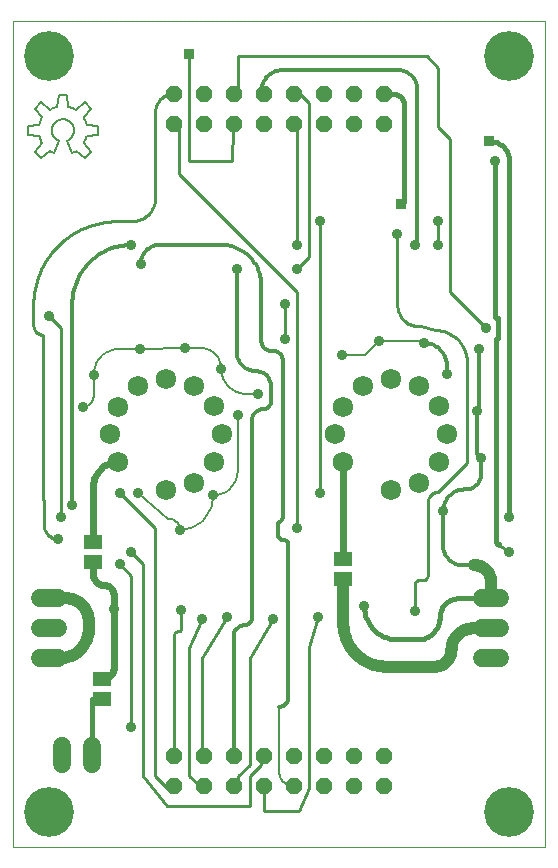
<source format=gtl>
G75*
G70*
%OFA0B0*%
%FSLAX24Y24*%
%IPPOS*%
%LPD*%
%AMOC8*
5,1,8,0,0,1.08239X$1,22.5*
%
%ADD10C,0.0000*%
%ADD11C,0.0679*%
%ADD12OC8,0.0560*%
%ADD13R,0.0591X0.0512*%
%ADD14C,0.0600*%
%ADD15C,0.0100*%
%ADD16C,0.0360*%
%ADD17C,0.0356*%
%ADD18C,0.0120*%
%ADD19C,0.0079*%
%ADD20C,0.0160*%
%ADD21R,0.0356X0.0356*%
%ADD22C,0.0240*%
%ADD23C,0.1660*%
%ADD24C,0.0400*%
D10*
X000192Y000100D02*
X000192Y027659D01*
X017908Y027659D01*
X017908Y000100D01*
X000192Y000100D01*
D11*
X005294Y012004D03*
X006202Y012258D03*
X006889Y012954D03*
X007135Y013876D03*
X006881Y014798D03*
X006204Y015465D03*
X005286Y015720D03*
X004346Y015474D03*
X003679Y014790D03*
X003418Y013868D03*
X003668Y012946D03*
X010918Y013868D03*
X011168Y012946D03*
X011179Y014790D03*
X011846Y015474D03*
X012786Y015720D03*
X013704Y015465D03*
X014381Y014798D03*
X014635Y013876D03*
X014389Y012954D03*
X013702Y012258D03*
X012794Y012004D03*
D12*
X012534Y003151D03*
X012534Y002151D03*
X011534Y002151D03*
X011534Y003151D03*
X010534Y003151D03*
X010534Y002151D03*
X009534Y002151D03*
X009534Y003151D03*
X008534Y003151D03*
X008534Y002151D03*
X007534Y002151D03*
X007534Y003151D03*
X006534Y003151D03*
X006534Y002151D03*
X005534Y002151D03*
X005534Y003151D03*
X005534Y024222D03*
X005534Y025222D03*
X006534Y025222D03*
X006534Y024222D03*
X007534Y024222D03*
X007534Y025222D03*
X008534Y025222D03*
X008534Y024222D03*
X009534Y024222D03*
X009534Y025222D03*
X010534Y025222D03*
X010534Y024222D03*
X011534Y024222D03*
X011534Y025222D03*
X012534Y025222D03*
X012534Y024222D03*
D13*
X002849Y010269D03*
X002849Y009600D03*
X003164Y005710D03*
X003164Y005041D03*
X011196Y009041D03*
X011196Y009710D03*
D14*
X015825Y008399D02*
X016425Y008399D01*
X016425Y007399D02*
X015825Y007399D01*
X015825Y006399D02*
X016425Y006399D01*
X002818Y003471D02*
X002818Y002871D01*
X001818Y002871D02*
X001818Y003471D01*
X001689Y006399D02*
X001089Y006399D01*
X001089Y007399D02*
X001689Y007399D01*
X001689Y008399D02*
X001089Y008399D01*
D15*
X001215Y010848D02*
X001215Y011675D01*
X001205Y011676D01*
X001196Y011680D01*
X001187Y011686D01*
X001181Y011695D01*
X001177Y011704D01*
X001176Y011714D01*
X001176Y017187D01*
X001143Y017189D01*
X001111Y017194D01*
X001079Y017202D01*
X001048Y017214D01*
X001019Y017229D01*
X000991Y017247D01*
X000965Y017268D01*
X000942Y017291D01*
X000921Y017317D01*
X000903Y017345D01*
X000888Y017374D01*
X000876Y017405D01*
X000868Y017437D01*
X000863Y017469D01*
X000861Y017502D01*
X000861Y018171D01*
X001373Y017817D02*
X001767Y017423D01*
X001767Y011124D01*
X001216Y010848D02*
X001218Y010807D01*
X001223Y010766D01*
X001232Y010726D01*
X001244Y010687D01*
X001260Y010649D01*
X001279Y010612D01*
X001301Y010577D01*
X001326Y010545D01*
X001354Y010514D01*
X001385Y010486D01*
X001417Y010461D01*
X001452Y010439D01*
X001489Y010420D01*
X001527Y010404D01*
X001566Y010392D01*
X001606Y010383D01*
X001647Y010378D01*
X001688Y010376D01*
X003735Y009549D02*
X004129Y009155D01*
X004129Y004116D01*
X004522Y002462D02*
X005310Y001478D01*
X008066Y001478D01*
X008066Y002462D01*
X008459Y002856D01*
X008459Y003250D01*
X008534Y003151D01*
X008066Y002856D02*
X007672Y002462D01*
X007672Y002069D01*
X007534Y002151D01*
X008066Y002856D02*
X008066Y006399D01*
X008853Y007698D01*
X010034Y006793D02*
X010034Y002069D01*
X009719Y001320D01*
X008538Y001320D01*
X008538Y002108D01*
X008534Y002151D01*
X006534Y002151D02*
X006491Y002069D01*
X006058Y002462D01*
X006058Y006754D01*
X006491Y007698D01*
X005782Y007383D02*
X005782Y008013D01*
X005783Y007383D02*
X005781Y007368D01*
X005777Y007353D01*
X005770Y007339D01*
X005760Y007327D01*
X005748Y007317D01*
X005734Y007310D01*
X005719Y007306D01*
X005704Y007304D01*
X005680Y007302D01*
X005656Y007297D01*
X005634Y007289D01*
X005613Y007277D01*
X005593Y007263D01*
X005576Y007246D01*
X005562Y007226D01*
X005550Y007205D01*
X005542Y007183D01*
X005537Y007159D01*
X005535Y007135D01*
X005534Y007135D02*
X005534Y003151D01*
X004916Y002462D02*
X005310Y002069D01*
X005534Y002151D01*
X004916Y002462D02*
X004916Y010730D01*
X003735Y011911D01*
X004129Y009943D02*
X004522Y009549D01*
X004522Y002462D01*
X006491Y003250D02*
X006534Y003151D01*
X006491Y003250D02*
X006491Y006399D01*
X007318Y007777D01*
X009641Y010730D02*
X009641Y018604D01*
X005704Y022541D01*
X005704Y024116D01*
X005534Y024222D01*
X004916Y024604D02*
X004918Y024652D01*
X004924Y024701D01*
X004933Y024748D01*
X004946Y024795D01*
X004963Y024840D01*
X004983Y024885D01*
X005007Y024927D01*
X005034Y024967D01*
X005064Y025005D01*
X005097Y025041D01*
X005133Y025074D01*
X005171Y025104D01*
X005211Y025131D01*
X005253Y025155D01*
X005298Y025175D01*
X005343Y025192D01*
X005390Y025205D01*
X005437Y025214D01*
X005486Y025220D01*
X005534Y025222D01*
X004916Y024604D02*
X004916Y021754D01*
X004914Y021700D01*
X004909Y021647D01*
X004900Y021594D01*
X004887Y021542D01*
X004871Y021490D01*
X004851Y021440D01*
X004828Y021392D01*
X004801Y021345D01*
X004772Y021300D01*
X004739Y021257D01*
X004704Y021217D01*
X004666Y021179D01*
X004626Y021144D01*
X004583Y021111D01*
X004538Y021082D01*
X004491Y021055D01*
X004443Y021032D01*
X004393Y021012D01*
X004341Y020996D01*
X004289Y020983D01*
X004236Y020974D01*
X004183Y020969D01*
X004129Y020967D01*
X004129Y020966D02*
X003656Y020966D01*
X003519Y020963D01*
X003382Y020953D01*
X003246Y020936D01*
X003111Y020912D01*
X002977Y020882D01*
X002845Y020846D01*
X002714Y020803D01*
X002586Y020753D01*
X002461Y020698D01*
X002338Y020636D01*
X002219Y020568D01*
X002103Y020495D01*
X001991Y020416D01*
X001883Y020332D01*
X001779Y020242D01*
X001680Y020147D01*
X001585Y020048D01*
X001495Y019944D01*
X001411Y019836D01*
X001332Y019724D01*
X001259Y019608D01*
X001191Y019489D01*
X001129Y019366D01*
X001074Y019241D01*
X001024Y019113D01*
X000981Y018982D01*
X000945Y018850D01*
X000915Y018716D01*
X000891Y018581D01*
X000874Y018445D01*
X000864Y018308D01*
X000861Y018171D01*
X006058Y022974D02*
X007475Y022974D01*
X007515Y024076D01*
X007534Y024222D01*
X007534Y025222D02*
X007672Y025297D01*
X007672Y026478D01*
X013971Y026478D01*
X014365Y026084D01*
X014365Y024116D01*
X014759Y023722D01*
X014759Y018604D01*
X015940Y017423D01*
X015310Y016281D02*
X015310Y012895D01*
X014365Y011950D01*
X014328Y011948D01*
X014291Y011942D01*
X014256Y011933D01*
X014221Y011919D01*
X014188Y011903D01*
X014157Y011882D01*
X014128Y011859D01*
X014102Y011833D01*
X014079Y011804D01*
X014058Y011773D01*
X014042Y011740D01*
X014028Y011705D01*
X014019Y011670D01*
X014013Y011633D01*
X014011Y011596D01*
X014011Y009194D01*
X014009Y009168D01*
X014004Y009143D01*
X013996Y009119D01*
X013985Y009096D01*
X013970Y009074D01*
X013953Y009055D01*
X013934Y009038D01*
X013913Y009023D01*
X013889Y009012D01*
X013865Y009004D01*
X013840Y008999D01*
X013814Y008997D01*
X013814Y008998D02*
X013696Y008998D01*
X013676Y008996D01*
X013656Y008991D01*
X013637Y008982D01*
X013620Y008970D01*
X013606Y008956D01*
X013594Y008939D01*
X013585Y008920D01*
X013580Y008900D01*
X013578Y008880D01*
X013578Y007974D01*
X016255Y010297D02*
X016393Y010193D01*
X016727Y009943D01*
X015310Y016281D02*
X015308Y016345D01*
X015302Y016409D01*
X015293Y016473D01*
X015279Y016535D01*
X015262Y016597D01*
X015241Y016658D01*
X015216Y016717D01*
X015188Y016775D01*
X015157Y016831D01*
X015122Y016885D01*
X015084Y016937D01*
X015043Y016986D01*
X014999Y017033D01*
X014952Y017077D01*
X014903Y017118D01*
X014851Y017156D01*
X014797Y017191D01*
X014741Y017222D01*
X014683Y017250D01*
X014624Y017275D01*
X014563Y017296D01*
X014501Y017313D01*
X014439Y017327D01*
X014375Y017336D01*
X014311Y017342D01*
X014247Y017344D01*
X013774Y017462D01*
X013721Y017461D01*
X013668Y017464D01*
X013614Y017471D01*
X013562Y017481D01*
X013510Y017495D01*
X013460Y017513D01*
X013411Y017535D01*
X013364Y017559D01*
X013318Y017588D01*
X013275Y017619D01*
X013234Y017653D01*
X013196Y017690D01*
X013160Y017730D01*
X013127Y017773D01*
X013097Y017817D01*
X013071Y017863D01*
X013048Y017912D01*
X013028Y017962D01*
X013012Y018013D01*
X013000Y018065D01*
X012992Y018117D01*
X012987Y018171D01*
X012987Y020533D01*
X013656Y020415D02*
X013578Y020179D01*
X014365Y020179D02*
X014365Y020966D01*
X010428Y020966D02*
X010428Y011911D01*
X010349Y007777D02*
X010034Y006793D01*
X009247Y017029D02*
X009247Y018210D01*
X009641Y019391D02*
X010034Y019785D01*
X010034Y024903D01*
X009641Y025297D01*
X009534Y025222D01*
X009534Y024222D02*
X009641Y024116D01*
X009641Y020179D01*
X008534Y025222D02*
X008459Y025297D01*
X006058Y026557D02*
X006058Y022974D01*
D16*
X004129Y020179D03*
X001373Y017817D03*
X003735Y011911D03*
X004129Y009943D03*
X003735Y009549D03*
X002160Y011517D03*
X001767Y011124D03*
X006491Y007698D03*
X007318Y007777D03*
X008853Y007698D03*
X010349Y007777D03*
X009641Y010730D03*
X010428Y011911D03*
X009247Y017029D03*
X009247Y018210D03*
X009641Y019391D03*
X009641Y020179D03*
X010428Y020966D03*
X013578Y020179D03*
X014365Y020179D03*
X014365Y020966D03*
X016255Y022974D03*
X015940Y017423D03*
X016727Y011124D03*
X016727Y009943D03*
X004129Y004116D03*
D17*
X005782Y008013D03*
X005743Y010691D03*
X006845Y011832D03*
X007672Y014509D03*
X008341Y015218D03*
X007121Y016045D03*
X005900Y016754D03*
X004404Y016714D03*
X002869Y015848D03*
X002515Y014785D03*
X004365Y011911D03*
X003538Y008053D03*
X001688Y010376D03*
X007633Y019391D03*
X004444Y019549D03*
X011137Y016517D03*
X012396Y016990D03*
X013893Y016911D03*
X014641Y015887D03*
X015704Y016714D03*
X015664Y014628D03*
X015782Y013092D03*
X014522Y011320D03*
X013578Y007974D03*
X011885Y008131D03*
X012987Y020533D03*
D18*
X013578Y020178D02*
X013593Y020180D01*
X013608Y020184D01*
X013622Y020191D01*
X013634Y020201D01*
X013644Y020213D01*
X013651Y020227D01*
X013655Y020242D01*
X013657Y020257D01*
X013656Y020257D02*
X013656Y025376D01*
X013654Y025425D01*
X013648Y025475D01*
X013639Y025523D01*
X013625Y025571D01*
X013608Y025617D01*
X013587Y025662D01*
X013563Y025705D01*
X013536Y025746D01*
X013505Y025785D01*
X013471Y025821D01*
X013435Y025855D01*
X013396Y025886D01*
X013355Y025913D01*
X013312Y025937D01*
X013267Y025958D01*
X013221Y025975D01*
X013173Y025989D01*
X013125Y025998D01*
X013075Y026004D01*
X013026Y026006D01*
X009168Y026006D01*
X009117Y026004D01*
X009067Y025999D01*
X009017Y025990D01*
X008968Y025977D01*
X008920Y025961D01*
X008873Y025942D01*
X008828Y025919D01*
X008785Y025893D01*
X008743Y025865D01*
X008704Y025833D01*
X008667Y025798D01*
X008632Y025761D01*
X008600Y025722D01*
X008572Y025680D01*
X008546Y025637D01*
X008523Y025592D01*
X008504Y025545D01*
X008488Y025497D01*
X008475Y025448D01*
X008466Y025398D01*
X008461Y025348D01*
X008459Y025297D01*
X007121Y020179D02*
X005074Y020179D01*
X005025Y020177D01*
X004975Y020171D01*
X004927Y020162D01*
X004879Y020148D01*
X004833Y020131D01*
X004788Y020110D01*
X004745Y020086D01*
X004704Y020059D01*
X004665Y020028D01*
X004629Y019994D01*
X004595Y019958D01*
X004564Y019919D01*
X004537Y019878D01*
X004513Y019835D01*
X004492Y019790D01*
X004475Y019744D01*
X004461Y019696D01*
X004452Y019648D01*
X004446Y019598D01*
X004444Y019549D01*
X004129Y020179D02*
X004035Y020177D01*
X003942Y020170D01*
X003849Y020159D01*
X003756Y020143D01*
X003665Y020123D01*
X003574Y020099D01*
X003485Y020071D01*
X003397Y020038D01*
X003311Y020001D01*
X003227Y019960D01*
X003144Y019915D01*
X003064Y019866D01*
X002987Y019814D01*
X002912Y019758D01*
X002840Y019698D01*
X002770Y019635D01*
X002704Y019569D01*
X002641Y019499D01*
X002581Y019427D01*
X002525Y019352D01*
X002473Y019275D01*
X002424Y019195D01*
X002379Y019112D01*
X002338Y019028D01*
X002301Y018942D01*
X002268Y018854D01*
X002240Y018765D01*
X002216Y018674D01*
X002196Y018583D01*
X002180Y018490D01*
X002169Y018397D01*
X002162Y018304D01*
X002160Y018210D01*
X002160Y011517D01*
X008460Y018840D02*
X008458Y018912D01*
X008452Y018985D01*
X008442Y019057D01*
X008429Y019128D01*
X008411Y019198D01*
X008390Y019268D01*
X008365Y019336D01*
X008336Y019402D01*
X008304Y019467D01*
X008268Y019530D01*
X008229Y019591D01*
X008187Y019650D01*
X008142Y019707D01*
X008093Y019761D01*
X008042Y019812D01*
X007988Y019861D01*
X007931Y019906D01*
X007872Y019948D01*
X007811Y019987D01*
X007748Y020023D01*
X007683Y020055D01*
X007617Y020084D01*
X007549Y020109D01*
X007479Y020130D01*
X007409Y020148D01*
X007338Y020161D01*
X007266Y020171D01*
X007193Y020177D01*
X007121Y020179D01*
X007633Y019391D02*
X007633Y016635D01*
X007635Y016585D01*
X007640Y016535D01*
X007650Y016486D01*
X007663Y016438D01*
X007679Y016391D01*
X007699Y016345D01*
X007723Y016301D01*
X007749Y016258D01*
X007779Y016218D01*
X007812Y016180D01*
X007847Y016145D01*
X007885Y016112D01*
X007925Y016082D01*
X007967Y016056D01*
X008012Y016032D01*
X008058Y016012D01*
X008105Y015996D01*
X008153Y015983D01*
X008202Y015973D01*
X008252Y015968D01*
X008302Y015966D01*
X008343Y015964D01*
X008384Y015959D01*
X008424Y015950D01*
X008463Y015938D01*
X008501Y015922D01*
X008538Y015903D01*
X008573Y015881D01*
X008605Y015856D01*
X008636Y015828D01*
X008664Y015797D01*
X008689Y015765D01*
X008711Y015730D01*
X008730Y015693D01*
X008746Y015655D01*
X008758Y015616D01*
X008767Y015576D01*
X008772Y015535D01*
X008774Y015494D01*
X008774Y014943D01*
X008772Y014915D01*
X008767Y014887D01*
X008759Y014859D01*
X008747Y014833D01*
X008732Y014809D01*
X008715Y014787D01*
X008694Y014766D01*
X008672Y014749D01*
X008648Y014734D01*
X008622Y014722D01*
X008594Y014714D01*
X008566Y014709D01*
X008538Y014707D01*
X008499Y014705D01*
X008461Y014699D01*
X008424Y014690D01*
X008387Y014677D01*
X008352Y014660D01*
X008319Y014641D01*
X008288Y014618D01*
X008259Y014592D01*
X008233Y014563D01*
X008210Y014532D01*
X008191Y014499D01*
X008174Y014464D01*
X008161Y014427D01*
X008152Y014390D01*
X008146Y014352D01*
X008144Y014313D01*
X008144Y007738D01*
X008142Y007710D01*
X008137Y007682D01*
X008129Y007654D01*
X008117Y007628D01*
X008102Y007604D01*
X008085Y007582D01*
X008064Y007561D01*
X008042Y007544D01*
X008018Y007529D01*
X007992Y007517D01*
X007964Y007509D01*
X007936Y007504D01*
X007908Y007502D01*
X007871Y007500D01*
X007835Y007495D01*
X007799Y007486D01*
X007765Y007474D01*
X007732Y007458D01*
X007700Y007439D01*
X007671Y007417D01*
X007644Y007392D01*
X007619Y007365D01*
X007597Y007336D01*
X007578Y007304D01*
X007562Y007271D01*
X007550Y007237D01*
X007541Y007201D01*
X007536Y007165D01*
X007534Y007128D01*
X007534Y003151D01*
X009050Y004785D02*
X009083Y004787D01*
X009115Y004792D01*
X009147Y004800D01*
X009178Y004812D01*
X009208Y004827D01*
X009235Y004845D01*
X009261Y004866D01*
X009284Y004889D01*
X009305Y004915D01*
X009323Y004942D01*
X009338Y004972D01*
X009350Y005003D01*
X009358Y005035D01*
X009363Y005067D01*
X009365Y005100D01*
X009365Y010179D01*
X009364Y010179D02*
X009362Y010201D01*
X009358Y010223D01*
X009350Y010244D01*
X009339Y010264D01*
X009326Y010282D01*
X009310Y010298D01*
X009292Y010311D01*
X009272Y010322D01*
X009251Y010330D01*
X009229Y010334D01*
X009207Y010336D01*
X009181Y010338D01*
X009156Y010343D01*
X009132Y010351D01*
X009109Y010362D01*
X009087Y010377D01*
X009068Y010394D01*
X009051Y010413D01*
X009036Y010435D01*
X009025Y010458D01*
X009017Y010482D01*
X009012Y010507D01*
X009010Y010533D01*
X009011Y010533D02*
X009011Y010927D01*
X009033Y010929D01*
X009055Y010933D01*
X009076Y010941D01*
X009096Y010952D01*
X009114Y010965D01*
X009130Y010981D01*
X009143Y010999D01*
X009154Y011019D01*
X009162Y011040D01*
X009166Y011062D01*
X009168Y011084D01*
X009168Y016360D01*
X009169Y016360D02*
X009167Y016391D01*
X009162Y016421D01*
X009154Y016451D01*
X009142Y016480D01*
X009127Y016507D01*
X009109Y016532D01*
X009088Y016555D01*
X009065Y016576D01*
X009040Y016594D01*
X009013Y016609D01*
X008984Y016621D01*
X008954Y016629D01*
X008924Y016634D01*
X008893Y016636D01*
X008893Y016635D02*
X008814Y016635D01*
X008814Y016636D02*
X008777Y016638D01*
X008740Y016644D01*
X008705Y016653D01*
X008670Y016667D01*
X008637Y016683D01*
X008606Y016704D01*
X008577Y016727D01*
X008551Y016753D01*
X008528Y016782D01*
X008507Y016813D01*
X008491Y016846D01*
X008477Y016881D01*
X008468Y016916D01*
X008462Y016953D01*
X008460Y016990D01*
X008459Y016990D02*
X008459Y018840D01*
X013893Y016911D02*
X013946Y016909D01*
X013999Y016903D01*
X014052Y016894D01*
X014104Y016881D01*
X014154Y016864D01*
X014204Y016843D01*
X014251Y016820D01*
X014297Y016792D01*
X014341Y016762D01*
X014383Y016728D01*
X014422Y016692D01*
X014458Y016653D01*
X014492Y016611D01*
X014522Y016567D01*
X014550Y016521D01*
X014573Y016474D01*
X014594Y016424D01*
X014611Y016374D01*
X014624Y016322D01*
X014633Y016269D01*
X014639Y016216D01*
X014641Y016163D01*
X014641Y015887D01*
X015704Y016714D02*
X015704Y014667D01*
X015703Y014667D02*
X015702Y014657D01*
X015698Y014648D01*
X015692Y014639D01*
X015684Y014633D01*
X015674Y014629D01*
X015664Y014628D01*
X015664Y013210D01*
X015666Y013190D01*
X015671Y013170D01*
X015680Y013151D01*
X015692Y013134D01*
X015706Y013120D01*
X015723Y013108D01*
X015742Y013099D01*
X015762Y013094D01*
X015782Y013092D01*
X015782Y012541D01*
X015780Y012499D01*
X015775Y012457D01*
X015766Y012415D01*
X015754Y012375D01*
X015739Y012335D01*
X015720Y012297D01*
X015699Y012261D01*
X015674Y012227D01*
X015647Y012194D01*
X015617Y012164D01*
X015584Y012137D01*
X015550Y012112D01*
X015514Y012091D01*
X015476Y012072D01*
X015436Y012057D01*
X015396Y012045D01*
X015354Y012036D01*
X015312Y012031D01*
X015270Y012029D01*
X015231Y012029D01*
X015180Y012027D01*
X015130Y012022D01*
X015080Y012013D01*
X015031Y012000D01*
X014983Y011984D01*
X014936Y011965D01*
X014891Y011942D01*
X014848Y011916D01*
X014806Y011888D01*
X014767Y011856D01*
X014730Y011821D01*
X014695Y011784D01*
X014663Y011745D01*
X014635Y011703D01*
X014609Y011660D01*
X014586Y011615D01*
X014567Y011568D01*
X014551Y011520D01*
X014538Y011471D01*
X014529Y011421D01*
X014524Y011371D01*
X014522Y011320D01*
X014522Y010139D01*
X014524Y010090D01*
X014530Y010040D01*
X014539Y009992D01*
X014553Y009944D01*
X014570Y009898D01*
X014591Y009853D01*
X014615Y009810D01*
X014642Y009769D01*
X014673Y009730D01*
X014707Y009694D01*
X014743Y009660D01*
X014782Y009629D01*
X014823Y009602D01*
X014866Y009578D01*
X014911Y009557D01*
X014957Y009540D01*
X015005Y009526D01*
X015053Y009517D01*
X015103Y009511D01*
X015152Y009509D01*
X015554Y009509D01*
D19*
X016255Y010297D02*
X016294Y010336D01*
X013893Y016911D02*
X013891Y016926D01*
X013887Y016941D01*
X013880Y016955D01*
X013870Y016967D01*
X013858Y016977D01*
X013844Y016984D01*
X013829Y016988D01*
X013814Y016990D01*
X012396Y016990D01*
X011924Y016517D01*
X011137Y016517D01*
X008341Y015218D02*
X007948Y015218D01*
X007672Y014509D02*
X007672Y012659D01*
X007670Y012603D01*
X007664Y012546D01*
X007655Y012491D01*
X007641Y012436D01*
X007624Y012382D01*
X007604Y012330D01*
X007579Y012279D01*
X007552Y012229D01*
X007521Y012182D01*
X007487Y012137D01*
X007449Y012095D01*
X007409Y012055D01*
X007367Y012017D01*
X007322Y011983D01*
X007275Y011952D01*
X007225Y011925D01*
X007174Y011900D01*
X007122Y011880D01*
X007068Y011863D01*
X007013Y011849D01*
X006958Y011840D01*
X006901Y011834D01*
X006845Y011832D01*
X006845Y011793D01*
X006843Y011729D01*
X006838Y011665D01*
X006828Y011602D01*
X006815Y011539D01*
X006799Y011477D01*
X006779Y011416D01*
X006755Y011357D01*
X006728Y011298D01*
X006697Y011242D01*
X006664Y011187D01*
X006627Y011135D01*
X006587Y011085D01*
X006545Y011037D01*
X006499Y010991D01*
X006451Y010949D01*
X006401Y010909D01*
X006349Y010872D01*
X006294Y010839D01*
X006238Y010808D01*
X006179Y010781D01*
X006120Y010757D01*
X006059Y010737D01*
X005997Y010721D01*
X005934Y010708D01*
X005871Y010698D01*
X005807Y010693D01*
X005743Y010691D01*
X005741Y010728D01*
X005735Y010765D01*
X005726Y010800D01*
X005712Y010835D01*
X005696Y010868D01*
X005675Y010899D01*
X005652Y010928D01*
X005626Y010954D01*
X005597Y010977D01*
X005566Y010998D01*
X005533Y011014D01*
X005498Y011028D01*
X005463Y011037D01*
X005426Y011043D01*
X005389Y011045D01*
X005349Y011045D01*
X004365Y011911D01*
X002869Y015139D02*
X002869Y015848D01*
X002869Y015139D02*
X002867Y015102D01*
X002861Y015065D01*
X002852Y015030D01*
X002838Y014995D01*
X002822Y014962D01*
X002801Y014931D01*
X002778Y014902D01*
X002752Y014876D01*
X002723Y014853D01*
X002692Y014832D01*
X002659Y014816D01*
X002624Y014802D01*
X002589Y014793D01*
X002552Y014787D01*
X002515Y014785D01*
X002869Y015848D02*
X002871Y015905D01*
X002876Y015961D01*
X002886Y016017D01*
X002899Y016072D01*
X002915Y016126D01*
X002935Y016179D01*
X002958Y016231D01*
X002985Y016281D01*
X003015Y016329D01*
X003048Y016375D01*
X003084Y016419D01*
X003123Y016460D01*
X003164Y016499D01*
X003208Y016535D01*
X003254Y016568D01*
X003302Y016598D01*
X003352Y016625D01*
X003404Y016648D01*
X003457Y016668D01*
X003511Y016684D01*
X003566Y016697D01*
X003622Y016707D01*
X003678Y016712D01*
X003735Y016714D01*
X004404Y016714D01*
X005900Y016754D01*
X006412Y016754D01*
X006463Y016752D01*
X006513Y016747D01*
X006563Y016738D01*
X006612Y016725D01*
X006660Y016709D01*
X006707Y016690D01*
X006752Y016667D01*
X006795Y016641D01*
X006837Y016613D01*
X006876Y016581D01*
X006913Y016546D01*
X006948Y016509D01*
X006980Y016470D01*
X007008Y016428D01*
X007034Y016385D01*
X007057Y016340D01*
X007076Y016293D01*
X007092Y016245D01*
X007105Y016196D01*
X007114Y016146D01*
X007119Y016096D01*
X007121Y016045D01*
X007123Y015989D01*
X007129Y015932D01*
X007138Y015877D01*
X007152Y015822D01*
X007169Y015768D01*
X007189Y015716D01*
X007214Y015665D01*
X007241Y015615D01*
X007272Y015568D01*
X007306Y015523D01*
X007344Y015481D01*
X007384Y015441D01*
X007426Y015403D01*
X007471Y015369D01*
X007518Y015338D01*
X007568Y015311D01*
X007619Y015286D01*
X007671Y015266D01*
X007725Y015249D01*
X007780Y015235D01*
X007835Y015226D01*
X007892Y015220D01*
X007948Y015218D01*
X002572Y023067D02*
X002776Y023270D01*
X002534Y023567D01*
X002636Y023815D02*
X003018Y023854D01*
X003018Y024142D01*
X002636Y024180D01*
X002534Y024428D02*
X002776Y024725D01*
X002572Y024928D01*
X002276Y024686D01*
X002028Y024789D02*
X001989Y025170D01*
X001701Y025170D01*
X001663Y024789D01*
X001415Y024686D02*
X001118Y024928D01*
X000915Y024725D01*
X001157Y024428D01*
X001054Y024180D02*
X000673Y024142D01*
X000673Y023854D01*
X001054Y023815D01*
X001157Y023567D02*
X000915Y023270D01*
X001118Y023067D01*
X001415Y023309D01*
X001535Y023247D02*
X001704Y023657D01*
X001987Y023657D02*
X002156Y023247D01*
X002276Y023309D02*
X002572Y023067D01*
X001156Y023568D02*
X001129Y023614D01*
X001106Y023663D01*
X001085Y023712D01*
X001068Y023763D01*
X001054Y023815D01*
X001415Y023309D02*
X001453Y023287D01*
X001493Y023266D01*
X001534Y023248D01*
X001415Y024687D02*
X001461Y024714D01*
X001510Y024737D01*
X001559Y024758D01*
X001610Y024775D01*
X001662Y024789D01*
X001156Y024428D02*
X001129Y024382D01*
X001106Y024333D01*
X001085Y024284D01*
X001068Y024233D01*
X001054Y024181D01*
X001476Y023998D02*
X001478Y023962D01*
X001483Y023926D01*
X001492Y023891D01*
X001504Y023857D01*
X001520Y023824D01*
X001538Y023793D01*
X001560Y023764D01*
X001584Y023737D01*
X001611Y023713D01*
X001640Y023691D01*
X001671Y023673D01*
X001704Y023657D01*
X002534Y023568D02*
X002561Y023614D01*
X002584Y023663D01*
X002605Y023712D01*
X002622Y023763D01*
X002636Y023815D01*
X002275Y023309D02*
X002237Y023287D01*
X002197Y023266D01*
X002156Y023248D01*
X002275Y024687D02*
X002229Y024714D01*
X002180Y024737D01*
X002131Y024758D01*
X002080Y024775D01*
X002028Y024789D01*
X002534Y024428D02*
X002561Y024382D01*
X002584Y024333D01*
X002605Y024284D01*
X002622Y024233D01*
X002636Y024181D01*
X001986Y023657D02*
X002020Y023673D01*
X002053Y023693D01*
X002083Y023716D01*
X002111Y023742D01*
X002136Y023771D01*
X002157Y023802D01*
X002176Y023835D01*
X002191Y023870D01*
X002202Y023906D01*
X002210Y023943D01*
X002214Y023981D01*
X002213Y024019D01*
X002209Y024056D01*
X002201Y024094D01*
X002190Y024130D01*
X002174Y024164D01*
X002156Y024197D01*
X002133Y024228D01*
X002108Y024256D01*
X002080Y024282D01*
X002050Y024305D01*
X002017Y024324D01*
X001983Y024340D01*
X001947Y024353D01*
X001910Y024361D01*
X001873Y024366D01*
X001835Y024367D01*
X001797Y024364D01*
X001760Y024357D01*
X001723Y024346D01*
X001688Y024332D01*
X001655Y024314D01*
X001623Y024293D01*
X001594Y024268D01*
X001568Y024241D01*
X001544Y024212D01*
X001524Y024180D01*
X001507Y024146D01*
X001493Y024110D01*
X001484Y024073D01*
X001478Y024036D01*
X001476Y023998D01*
X009050Y004785D02*
X009050Y002635D01*
X009052Y002593D01*
X009057Y002551D01*
X009066Y002510D01*
X009079Y002469D01*
X009095Y002430D01*
X009115Y002393D01*
X009138Y002357D01*
X009163Y002324D01*
X009192Y002293D01*
X009223Y002264D01*
X009256Y002239D01*
X009292Y002216D01*
X009329Y002196D01*
X009368Y002180D01*
X009409Y002167D01*
X009450Y002158D01*
X009492Y002153D01*
X009534Y002151D01*
D20*
X012987Y007029D02*
X013656Y007029D01*
X013709Y007031D01*
X013762Y007037D01*
X013815Y007046D01*
X013867Y007059D01*
X013917Y007076D01*
X013967Y007097D01*
X014014Y007120D01*
X014060Y007148D01*
X014104Y007178D01*
X014146Y007212D01*
X014185Y007248D01*
X014221Y007287D01*
X014255Y007329D01*
X014285Y007373D01*
X014313Y007419D01*
X014336Y007466D01*
X014357Y007516D01*
X014374Y007566D01*
X014387Y007618D01*
X014396Y007671D01*
X014402Y007724D01*
X014404Y007777D01*
X014406Y007826D01*
X014412Y007874D01*
X014421Y007922D01*
X014434Y007969D01*
X014451Y008015D01*
X014472Y008059D01*
X014496Y008102D01*
X014523Y008143D01*
X014553Y008181D01*
X014586Y008217D01*
X014622Y008250D01*
X014660Y008280D01*
X014701Y008307D01*
X014744Y008331D01*
X014788Y008352D01*
X014834Y008369D01*
X014881Y008382D01*
X014929Y008391D01*
X014977Y008397D01*
X015026Y008399D01*
X016125Y008399D01*
X016294Y010292D02*
X016294Y017029D01*
X016294Y017030D02*
X016304Y017031D01*
X016314Y017035D01*
X016322Y017041D01*
X016328Y017050D01*
X016332Y017059D01*
X016333Y017069D01*
X016333Y017738D01*
X016318Y017740D01*
X016303Y017744D01*
X016289Y017751D01*
X016277Y017761D01*
X016267Y017773D01*
X016260Y017787D01*
X016256Y017802D01*
X016254Y017817D01*
X016255Y017817D02*
X016255Y022974D01*
X016727Y022974D02*
X016725Y023024D01*
X016720Y023074D01*
X016710Y023123D01*
X016697Y023171D01*
X016681Y023218D01*
X016661Y023264D01*
X016637Y023309D01*
X016611Y023351D01*
X016581Y023391D01*
X016548Y023429D01*
X016513Y023464D01*
X016475Y023497D01*
X016435Y023527D01*
X016393Y023553D01*
X016348Y023577D01*
X016302Y023597D01*
X016255Y023613D01*
X016207Y023626D01*
X016158Y023636D01*
X016108Y023641D01*
X016058Y023643D01*
X016727Y022974D02*
X016727Y011124D01*
X016294Y010292D02*
X016296Y010275D01*
X016300Y010258D01*
X016307Y010243D01*
X016317Y010228D01*
X016329Y010216D01*
X016344Y010206D01*
X016359Y010199D01*
X016376Y010195D01*
X016393Y010193D01*
X012987Y007029D02*
X012923Y007031D01*
X012859Y007036D01*
X012796Y007046D01*
X012733Y007059D01*
X012671Y007075D01*
X012610Y007095D01*
X012551Y007119D01*
X012492Y007146D01*
X012436Y007177D01*
X012381Y007210D01*
X012329Y007247D01*
X012279Y007287D01*
X012231Y007329D01*
X012185Y007375D01*
X012143Y007423D01*
X012103Y007473D01*
X012066Y007525D01*
X012033Y007580D01*
X012002Y007636D01*
X011975Y007695D01*
X011951Y007754D01*
X011931Y007815D01*
X011915Y007877D01*
X011902Y007940D01*
X011892Y008003D01*
X011887Y008067D01*
X011885Y008131D01*
X003164Y005041D02*
X002818Y005041D01*
X002818Y003171D01*
X013105Y021557D02*
X013125Y021559D01*
X013145Y021564D01*
X013164Y021573D01*
X013181Y021585D01*
X013195Y021599D01*
X013207Y021616D01*
X013216Y021635D01*
X013221Y021655D01*
X013223Y021675D01*
X013223Y024824D01*
X013224Y024824D02*
X013222Y024863D01*
X013216Y024902D01*
X013207Y024940D01*
X013194Y024976D01*
X013177Y025012D01*
X013157Y025045D01*
X013134Y025076D01*
X013107Y025105D01*
X013078Y025132D01*
X013047Y025155D01*
X013014Y025175D01*
X012978Y025192D01*
X012942Y025205D01*
X012904Y025214D01*
X012865Y025220D01*
X012826Y025222D01*
X012534Y025222D01*
D21*
X013105Y021557D03*
X016058Y023643D03*
X006058Y026557D03*
D22*
X011168Y012947D02*
X011177Y012946D01*
X011184Y012942D01*
X011191Y012935D01*
X011195Y012928D01*
X011196Y012919D01*
X011196Y009710D01*
X003538Y008525D02*
X003538Y008053D01*
X003538Y006084D01*
X003536Y006047D01*
X003531Y006011D01*
X003522Y005975D01*
X003510Y005941D01*
X003494Y005908D01*
X003475Y005876D01*
X003453Y005847D01*
X003428Y005820D01*
X003401Y005795D01*
X003372Y005773D01*
X003340Y005754D01*
X003307Y005738D01*
X003273Y005726D01*
X003237Y005717D01*
X003201Y005712D01*
X003164Y005710D01*
X003538Y008525D02*
X003536Y008558D01*
X003531Y008590D01*
X003523Y008622D01*
X003511Y008653D01*
X003496Y008683D01*
X003478Y008710D01*
X003457Y008736D01*
X003434Y008759D01*
X003408Y008780D01*
X003381Y008798D01*
X003351Y008813D01*
X003320Y008825D01*
X003288Y008833D01*
X003256Y008838D01*
X003223Y008840D01*
X003186Y008842D01*
X003150Y008847D01*
X003114Y008856D01*
X003080Y008868D01*
X003047Y008884D01*
X003015Y008903D01*
X002986Y008925D01*
X002959Y008950D01*
X002934Y008977D01*
X002912Y009006D01*
X002893Y009038D01*
X002877Y009071D01*
X002865Y009105D01*
X002856Y009141D01*
X002851Y009177D01*
X002849Y009214D01*
X002849Y009600D01*
X002849Y010269D02*
X002849Y012128D01*
X002851Y012184D01*
X002857Y012240D01*
X002866Y012295D01*
X002879Y012349D01*
X002896Y012402D01*
X002917Y012454D01*
X002941Y012505D01*
X002968Y012554D01*
X002999Y012600D01*
X003033Y012645D01*
X003069Y012687D01*
X003109Y012727D01*
X003151Y012763D01*
X003196Y012797D01*
X003242Y012828D01*
X003291Y012855D01*
X003342Y012879D01*
X003394Y012900D01*
X003447Y012917D01*
X003501Y012930D01*
X003556Y012939D01*
X003612Y012945D01*
X003668Y012947D01*
D23*
X001373Y001281D03*
X016727Y001281D03*
X016727Y026478D03*
X001373Y026478D03*
D24*
X011196Y009041D02*
X011196Y007561D01*
X011198Y007486D01*
X011204Y007411D01*
X011214Y007336D01*
X011227Y007262D01*
X011245Y007189D01*
X011266Y007117D01*
X011291Y007046D01*
X011320Y006977D01*
X011353Y006909D01*
X011389Y006843D01*
X011428Y006778D01*
X011470Y006716D01*
X011516Y006657D01*
X011565Y006599D01*
X011617Y006545D01*
X011671Y006493D01*
X011729Y006444D01*
X011788Y006398D01*
X011850Y006356D01*
X011914Y006317D01*
X011981Y006281D01*
X012049Y006248D01*
X012118Y006219D01*
X012189Y006194D01*
X012261Y006173D01*
X012334Y006155D01*
X012408Y006142D01*
X012483Y006132D01*
X012558Y006126D01*
X012633Y006124D01*
X014247Y006124D01*
X014293Y006126D01*
X014338Y006132D01*
X014382Y006141D01*
X014426Y006154D01*
X014468Y006170D01*
X014509Y006190D01*
X014548Y006214D01*
X014585Y006240D01*
X014620Y006270D01*
X014652Y006302D01*
X014682Y006337D01*
X014708Y006374D01*
X014732Y006413D01*
X014752Y006454D01*
X014768Y006496D01*
X014781Y006540D01*
X014790Y006584D01*
X014796Y006629D01*
X014798Y006675D01*
X014800Y006727D01*
X014805Y006778D01*
X014815Y006829D01*
X014827Y006879D01*
X014844Y006928D01*
X014863Y006976D01*
X014887Y007022D01*
X014913Y007066D01*
X014942Y007109D01*
X014975Y007149D01*
X015010Y007187D01*
X015048Y007222D01*
X015088Y007255D01*
X015131Y007284D01*
X015175Y007310D01*
X015221Y007334D01*
X015269Y007353D01*
X015318Y007370D01*
X015368Y007382D01*
X015419Y007392D01*
X015470Y007397D01*
X015522Y007399D01*
X016125Y007399D01*
X016125Y008399D02*
X016125Y008939D01*
X016123Y008984D01*
X016118Y009028D01*
X016109Y009072D01*
X016097Y009115D01*
X016082Y009158D01*
X016063Y009198D01*
X016041Y009237D01*
X016016Y009275D01*
X015988Y009310D01*
X015958Y009343D01*
X015925Y009373D01*
X015890Y009401D01*
X015852Y009426D01*
X015813Y009448D01*
X015773Y009467D01*
X015730Y009482D01*
X015687Y009494D01*
X015643Y009503D01*
X015599Y009508D01*
X015554Y009510D01*
X002711Y007620D02*
X002711Y007383D01*
X002711Y007620D02*
X002709Y007674D01*
X002704Y007727D01*
X002695Y007780D01*
X002682Y007832D01*
X002666Y007884D01*
X002646Y007934D01*
X002623Y007982D01*
X002596Y008029D01*
X002567Y008074D01*
X002534Y008117D01*
X002499Y008157D01*
X002461Y008195D01*
X002421Y008230D01*
X002378Y008263D01*
X002333Y008292D01*
X002286Y008319D01*
X002238Y008342D01*
X002188Y008362D01*
X002136Y008378D01*
X002084Y008391D01*
X002031Y008400D01*
X001978Y008405D01*
X001924Y008407D01*
X001396Y008407D01*
X001392Y008406D01*
X001389Y008403D01*
X001388Y008399D01*
X002711Y007383D02*
X002709Y007321D01*
X002703Y007260D01*
X002694Y007199D01*
X002680Y007138D01*
X002663Y007079D01*
X002642Y007021D01*
X002617Y006964D01*
X002589Y006909D01*
X002558Y006856D01*
X002523Y006805D01*
X002485Y006756D01*
X002444Y006709D01*
X002401Y006666D01*
X002354Y006625D01*
X002305Y006587D01*
X002254Y006552D01*
X002201Y006521D01*
X002146Y006493D01*
X002089Y006468D01*
X002031Y006447D01*
X001972Y006430D01*
X001911Y006416D01*
X001850Y006407D01*
X001789Y006401D01*
X001727Y006399D01*
X001389Y006399D01*
M02*

</source>
